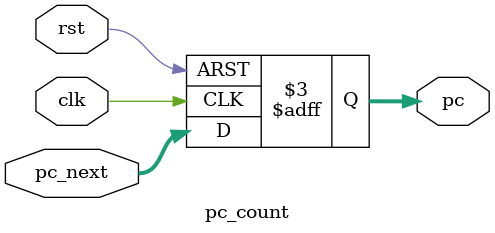
<source format=v>
module pc_count #(parameter WIDTH = 32) (
    input wire clk,
    input wire rst,
    input wire [WIDTH-1:0] pc_next,
    output reg [WIDTH-1:0] pc
);
always @(posedge clk or negedge rst) begin
    if(!rst) begin
        pc <= 'b0;
    end
    else begin
        pc <= pc_next;
    end
end
endmodule

</source>
